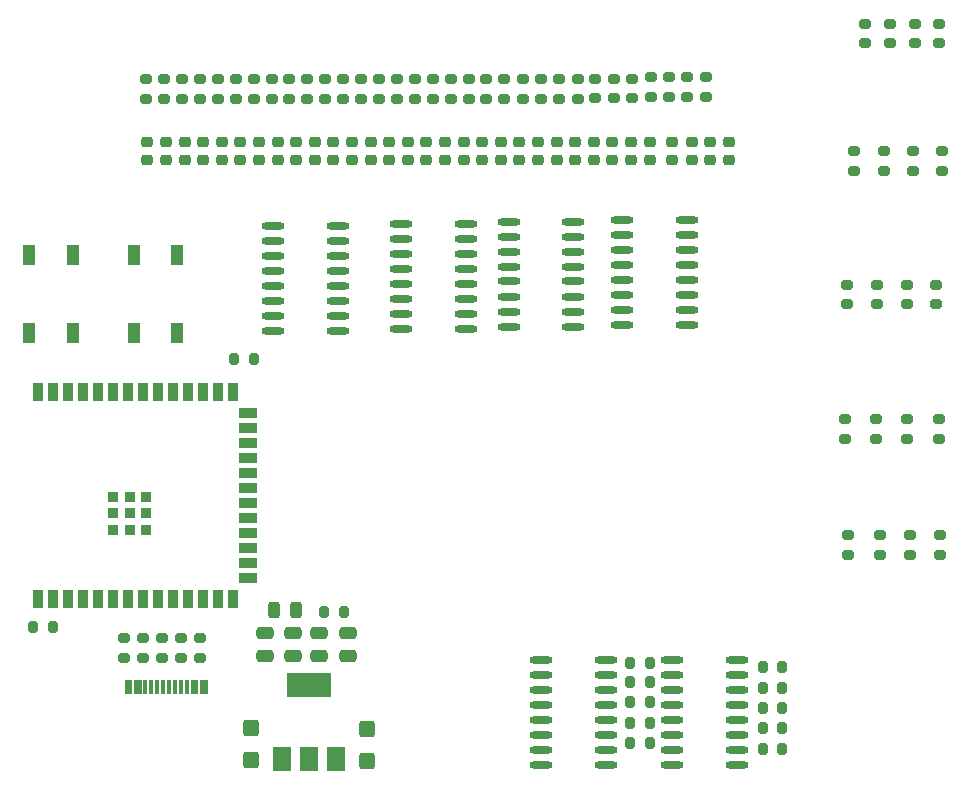
<source format=gtp>
G04 #@! TF.GenerationSoftware,KiCad,Pcbnew,(6.0.5)*
G04 #@! TF.CreationDate,2025-09-09T17:56:06-06:00*
G04 #@! TF.ProjectId,tarjeta_pump_it_up,7461726a-6574-4615-9f70-756d705f6974,rev?*
G04 #@! TF.SameCoordinates,Original*
G04 #@! TF.FileFunction,Paste,Top*
G04 #@! TF.FilePolarity,Positive*
%FSLAX46Y46*%
G04 Gerber Fmt 4.6, Leading zero omitted, Abs format (unit mm)*
G04 Created by KiCad (PCBNEW (6.0.5)) date 2025-09-09 17:56:06*
%MOMM*%
%LPD*%
G01*
G04 APERTURE LIST*
G04 Aperture macros list*
%AMRoundRect*
0 Rectangle with rounded corners*
0 $1 Rounding radius*
0 $2 $3 $4 $5 $6 $7 $8 $9 X,Y pos of 4 corners*
0 Add a 4 corners polygon primitive as box body*
4,1,4,$2,$3,$4,$5,$6,$7,$8,$9,$2,$3,0*
0 Add four circle primitives for the rounded corners*
1,1,$1+$1,$2,$3*
1,1,$1+$1,$4,$5*
1,1,$1+$1,$6,$7*
1,1,$1+$1,$8,$9*
0 Add four rect primitives between the rounded corners*
20,1,$1+$1,$2,$3,$4,$5,0*
20,1,$1+$1,$4,$5,$6,$7,0*
20,1,$1+$1,$6,$7,$8,$9,0*
20,1,$1+$1,$8,$9,$2,$3,0*%
G04 Aperture macros list end*
%ADD10RoundRect,0.200000X0.275000X-0.200000X0.275000X0.200000X-0.275000X0.200000X-0.275000X-0.200000X0*%
%ADD11RoundRect,0.200000X-0.275000X0.200000X-0.275000X-0.200000X0.275000X-0.200000X0.275000X0.200000X0*%
%ADD12O,1.970000X0.600000*%
%ADD13RoundRect,0.200000X-0.200000X-0.275000X0.200000X-0.275000X0.200000X0.275000X-0.200000X0.275000X0*%
%ADD14RoundRect,0.225000X-0.250000X0.225000X-0.250000X-0.225000X0.250000X-0.225000X0.250000X0.225000X0*%
%ADD15RoundRect,0.250000X0.475000X-0.250000X0.475000X0.250000X-0.475000X0.250000X-0.475000X-0.250000X0*%
%ADD16R,0.900000X1.500000*%
%ADD17R,1.500000X0.900000*%
%ADD18R,0.900000X0.900000*%
%ADD19RoundRect,0.250000X0.425000X-0.450000X0.425000X0.450000X-0.425000X0.450000X-0.425000X-0.450000X0*%
%ADD20R,1.000000X1.700000*%
%ADD21RoundRect,0.225000X0.250000X-0.225000X0.250000X0.225000X-0.250000X0.225000X-0.250000X-0.225000X0*%
%ADD22RoundRect,0.243750X0.243750X0.456250X-0.243750X0.456250X-0.243750X-0.456250X0.243750X-0.456250X0*%
%ADD23R,1.500000X2.000000*%
%ADD24R,3.800000X2.000000*%
%ADD25R,0.300000X1.300000*%
G04 APERTURE END LIST*
D10*
X109559300Y-86565000D03*
X109559300Y-84915000D03*
D11*
X100130000Y-132225000D03*
X100130000Y-133875000D03*
D12*
X146520000Y-134060000D03*
X146520000Y-135330000D03*
X146520000Y-136600000D03*
X146520000Y-137880000D03*
X146520000Y-139140000D03*
X146520000Y-140410000D03*
X146520000Y-141680000D03*
X146520000Y-142950000D03*
X152000000Y-142950000D03*
X152000000Y-141680000D03*
X152000000Y-140410000D03*
X152000000Y-139140000D03*
X152000000Y-137880000D03*
X152000000Y-136600000D03*
X152000000Y-135330000D03*
X152000000Y-134060000D03*
D13*
X117075000Y-129980000D03*
X118725000Y-129980000D03*
D10*
X121690800Y-86565000D03*
X121690800Y-84915000D03*
D14*
X120978400Y-90195000D03*
X120978400Y-91745000D03*
D10*
X161940000Y-92655000D03*
X161940000Y-91005000D03*
D14*
X102076500Y-90195000D03*
X102076500Y-91745000D03*
D11*
X164943400Y-80195000D03*
X164943400Y-81845000D03*
D10*
X169073300Y-115355000D03*
X169073300Y-113705000D03*
D14*
X117828100Y-90195000D03*
X117828100Y-91745000D03*
D10*
X166880000Y-92655000D03*
X166880000Y-91005000D03*
D12*
X138147500Y-105842500D03*
X138147500Y-104572500D03*
X138147500Y-103302500D03*
X138147500Y-102022500D03*
X138147500Y-100762500D03*
X138147500Y-99492500D03*
X138147500Y-98222500D03*
X138147500Y-96952500D03*
X132667500Y-96952500D03*
X132667500Y-98222500D03*
X132667500Y-99492500D03*
X132667500Y-100762500D03*
X132667500Y-102022500D03*
X132667500Y-103302500D03*
X132667500Y-104572500D03*
X132667500Y-105842500D03*
D10*
X114108600Y-86565000D03*
X114108600Y-84915000D03*
X105010000Y-86565000D03*
X105010000Y-84915000D03*
D15*
X119090000Y-133710000D03*
X119090000Y-131810000D03*
D12*
X135402500Y-134077500D03*
X135402500Y-135347500D03*
X135402500Y-136617500D03*
X135402500Y-137897500D03*
X135402500Y-139157500D03*
X135402500Y-140427500D03*
X135402500Y-141697500D03*
X135402500Y-142967500D03*
X140882500Y-142967500D03*
X140882500Y-141697500D03*
X140882500Y-140427500D03*
X140882500Y-139157500D03*
X140882500Y-137897500D03*
X140882500Y-136617500D03*
X140882500Y-135347500D03*
X140882500Y-134077500D03*
D13*
X154202500Y-134697500D03*
X155852500Y-134697500D03*
D10*
X166420000Y-115355000D03*
X166420000Y-113705000D03*
D14*
X143030700Y-90195000D03*
X143030700Y-91745000D03*
X119403300Y-90195000D03*
X119403300Y-91745000D03*
D10*
X163856700Y-103970000D03*
X163856700Y-102320000D03*
X144700000Y-86405000D03*
X144700000Y-84755000D03*
D15*
X112040000Y-133710000D03*
X112040000Y-131810000D03*
D11*
X146260000Y-84745000D03*
X146260000Y-86395000D03*
D14*
X141455500Y-90195000D03*
X141455500Y-91745000D03*
D11*
X161360000Y-123530000D03*
X161360000Y-125180000D03*
D14*
X108377100Y-90195000D03*
X108377100Y-91745000D03*
D10*
X124723700Y-86565000D03*
X124723700Y-84915000D03*
D16*
X92860000Y-128900000D03*
X94130000Y-128900000D03*
X95400000Y-128900000D03*
X96670000Y-128900000D03*
X97940000Y-128900000D03*
X99210000Y-128900000D03*
X100480000Y-128900000D03*
X101750000Y-128900000D03*
X103020000Y-128900000D03*
X104290000Y-128900000D03*
X105560000Y-128900000D03*
X106830000Y-128900000D03*
X108100000Y-128900000D03*
X109370000Y-128900000D03*
D17*
X110640000Y-127140000D03*
X110640000Y-125870000D03*
X110640000Y-124600000D03*
X110640000Y-123330000D03*
X110640000Y-122060000D03*
X110640000Y-120780000D03*
X110640000Y-119520000D03*
X110640000Y-118250000D03*
X110640000Y-116980000D03*
X110640000Y-115700000D03*
X110640000Y-114430000D03*
X110610000Y-113160000D03*
D16*
X109370000Y-111400000D03*
X108100000Y-111400000D03*
X106830000Y-111400000D03*
X105560000Y-111400000D03*
X104290000Y-111400000D03*
X103020000Y-111400000D03*
X101750000Y-111400000D03*
X100480000Y-111400000D03*
X99210000Y-111400000D03*
X97940000Y-111400000D03*
X96670000Y-111400000D03*
X95400000Y-111400000D03*
X94130000Y-111400000D03*
X92860000Y-111400000D03*
D18*
X101980000Y-123050000D03*
X99180000Y-121650000D03*
X100580000Y-121650000D03*
X100580000Y-123050000D03*
X99180000Y-120250000D03*
X101980000Y-121650000D03*
X101980000Y-120250000D03*
X99180000Y-123050000D03*
X100580000Y-120250000D03*
D19*
X120640000Y-142650000D03*
X120640000Y-139950000D03*
D20*
X104610000Y-99760000D03*
X104610000Y-106360000D03*
X100910000Y-99760000D03*
X100910000Y-106360000D03*
D10*
X161350000Y-103970000D03*
X161350000Y-102320000D03*
X120174400Y-86565000D03*
X120174400Y-84915000D03*
D21*
X151325200Y-91780000D03*
X151325200Y-90230000D03*
D15*
X116650000Y-133710000D03*
X116650000Y-131810000D03*
D10*
X103493600Y-86565000D03*
X103493600Y-84915000D03*
D14*
X125703900Y-90195000D03*
X125703900Y-91745000D03*
D10*
X111075800Y-86565000D03*
X111075800Y-84915000D03*
D13*
X154202500Y-136417500D03*
X155852500Y-136417500D03*
D12*
X147757500Y-105722500D03*
X147757500Y-104452500D03*
X147757500Y-103182500D03*
X147757500Y-101902500D03*
X147757500Y-100642500D03*
X147757500Y-99372500D03*
X147757500Y-98102500D03*
X147757500Y-96832500D03*
X142277500Y-96832500D03*
X142277500Y-98102500D03*
X142277500Y-99372500D03*
X142277500Y-100642500D03*
X142277500Y-101902500D03*
X142277500Y-103182500D03*
X142277500Y-104452500D03*
X142277500Y-105722500D03*
D10*
X167040000Y-81845000D03*
X167040000Y-80195000D03*
D14*
X132004600Y-90195000D03*
X132004600Y-91745000D03*
D10*
X169350000Y-92655000D03*
X169350000Y-91005000D03*
D21*
X148174900Y-91780000D03*
X148174900Y-90230000D03*
D14*
X136730000Y-90195000D03*
X136730000Y-91745000D03*
D13*
X154202500Y-138107500D03*
X155852500Y-138107500D03*
D10*
X147810000Y-86375000D03*
X147810000Y-84725000D03*
D14*
X106802000Y-90195000D03*
X106802000Y-91745000D03*
D10*
X103340000Y-133875000D03*
X103340000Y-132225000D03*
D19*
X110870000Y-142562500D03*
X110870000Y-139862500D03*
D13*
X92400000Y-131280000D03*
X94050000Y-131280000D03*
D11*
X101735000Y-132225000D03*
X101735000Y-133875000D03*
D10*
X143120000Y-86500000D03*
X143120000Y-84850000D03*
D14*
X113102600Y-90195000D03*
X113102600Y-91745000D03*
X109952300Y-90195000D03*
X109952300Y-91745000D03*
D10*
X163766600Y-115355000D03*
X163766600Y-113705000D03*
D21*
X146520000Y-91775000D03*
X146520000Y-90225000D03*
D13*
X142962500Y-134317500D03*
X144612500Y-134317500D03*
D10*
X169136700Y-81845000D03*
X169136700Y-80195000D03*
X166363300Y-103970000D03*
X166363300Y-102320000D03*
X141570000Y-86505000D03*
X141570000Y-84855000D03*
D14*
X138305200Y-90195000D03*
X138305200Y-91745000D03*
D11*
X164140000Y-123530000D03*
X164140000Y-125180000D03*
D13*
X142962500Y-139377500D03*
X144612500Y-139377500D03*
D14*
X128854200Y-90195000D03*
X128854200Y-91745000D03*
D22*
X114687500Y-129880000D03*
X112812500Y-129880000D03*
D10*
X127756600Y-86565000D03*
X127756600Y-84915000D03*
D14*
X105226800Y-90195000D03*
X105226800Y-91745000D03*
X122553600Y-90195000D03*
X122553600Y-91745000D03*
D21*
X149750000Y-91780000D03*
X149750000Y-90230000D03*
D14*
X130429400Y-90195000D03*
X130429400Y-91745000D03*
D10*
X118658000Y-86565000D03*
X118658000Y-84915000D03*
X169200000Y-125180000D03*
X169200000Y-123530000D03*
D14*
X111527500Y-90195000D03*
X111527500Y-91745000D03*
D12*
X123577500Y-97182500D03*
X123577500Y-98452500D03*
X123577500Y-99722500D03*
X123577500Y-101002500D03*
X123577500Y-102262500D03*
X123577500Y-103532500D03*
X123577500Y-104802500D03*
X123577500Y-106072500D03*
X129057500Y-106072500D03*
X129057500Y-104802500D03*
X129057500Y-103532500D03*
X129057500Y-102262500D03*
X129057500Y-101002500D03*
X129057500Y-99722500D03*
X129057500Y-98452500D03*
X129057500Y-97182500D03*
D10*
X162846700Y-81845000D03*
X162846700Y-80195000D03*
X161113300Y-115355000D03*
X161113300Y-113705000D03*
X104945000Y-133875000D03*
X104945000Y-132225000D03*
D14*
X144605800Y-90195000D03*
X144605800Y-91745000D03*
D15*
X114370000Y-133710000D03*
X114370000Y-131810000D03*
D13*
X109425000Y-108580000D03*
X111075000Y-108580000D03*
D10*
X149370000Y-86400000D03*
X149370000Y-84750000D03*
X126240100Y-86565000D03*
X126240100Y-84915000D03*
D23*
X113480000Y-142490000D03*
D24*
X115780000Y-136190000D03*
D23*
X115780000Y-142490000D03*
X118080000Y-142490000D03*
D14*
X103651700Y-90195000D03*
X103651700Y-91745000D03*
D10*
X106526400Y-86565000D03*
X106526400Y-84915000D03*
X108042900Y-86565000D03*
X108042900Y-84915000D03*
X123207300Y-86565000D03*
X123207300Y-84915000D03*
D14*
X133579700Y-90195000D03*
X133579700Y-91745000D03*
D10*
X101977100Y-86565000D03*
X101977100Y-84915000D03*
D14*
X114677800Y-90195000D03*
X114677800Y-91745000D03*
D10*
X117141500Y-86565000D03*
X117141500Y-84915000D03*
D13*
X154202500Y-141597500D03*
X155852500Y-141597500D03*
D14*
X135154900Y-90195000D03*
X135154900Y-91745000D03*
D10*
X112592200Y-86565000D03*
X112592200Y-84915000D03*
D14*
X124128800Y-90195000D03*
X124128800Y-91745000D03*
D10*
X106550000Y-133875000D03*
X106550000Y-132225000D03*
D11*
X166620000Y-123530000D03*
X166620000Y-125180000D03*
D14*
X127279100Y-90195000D03*
X127279100Y-91745000D03*
D20*
X92060000Y-106360000D03*
X92060000Y-99760000D03*
X95760000Y-106360000D03*
X95760000Y-99760000D03*
D14*
X139880400Y-90195000D03*
X139880400Y-91745000D03*
D10*
X135430000Y-86575000D03*
X135430000Y-84925000D03*
X129273000Y-86565000D03*
X129273000Y-84915000D03*
X136970000Y-86565000D03*
X136970000Y-84915000D03*
D14*
X116252900Y-90195000D03*
X116252900Y-91745000D03*
D10*
X140020000Y-86535000D03*
X140020000Y-84885000D03*
X132305900Y-86565000D03*
X132305900Y-84915000D03*
D13*
X142962500Y-141127500D03*
X144612500Y-141127500D03*
X142962500Y-135977500D03*
X144612500Y-135977500D03*
D10*
X130789500Y-86565000D03*
X130789500Y-84915000D03*
D25*
X100320000Y-136327500D03*
X101120000Y-136327500D03*
X102420000Y-136327500D03*
X103420000Y-136327500D03*
X103920000Y-136327500D03*
X104920000Y-136327500D03*
X106220000Y-136327500D03*
X107020000Y-136327500D03*
X106720000Y-136327500D03*
X105920000Y-136327500D03*
X105420000Y-136327500D03*
X104420000Y-136327500D03*
X102920000Y-136327500D03*
X101920000Y-136327500D03*
X101420000Y-136327500D03*
X100620000Y-136327500D03*
D10*
X168870000Y-103970000D03*
X168870000Y-102320000D03*
D13*
X142962500Y-137627500D03*
X144612500Y-137627500D03*
D12*
X118220000Y-106230000D03*
X118220000Y-104960000D03*
X118220000Y-103690000D03*
X118220000Y-102410000D03*
X118220000Y-101150000D03*
X118220000Y-99880000D03*
X118220000Y-98610000D03*
X118220000Y-97340000D03*
X112740000Y-97340000D03*
X112740000Y-98610000D03*
X112740000Y-99880000D03*
X112740000Y-101150000D03*
X112740000Y-102410000D03*
X112740000Y-103690000D03*
X112740000Y-104960000D03*
X112740000Y-106230000D03*
D13*
X154202500Y-139817500D03*
X155852500Y-139817500D03*
D10*
X164410000Y-92655000D03*
X164410000Y-91005000D03*
X133860000Y-86555000D03*
X133860000Y-84905000D03*
X115625100Y-86565000D03*
X115625100Y-84915000D03*
X138500000Y-86565000D03*
X138500000Y-84915000D03*
M02*

</source>
